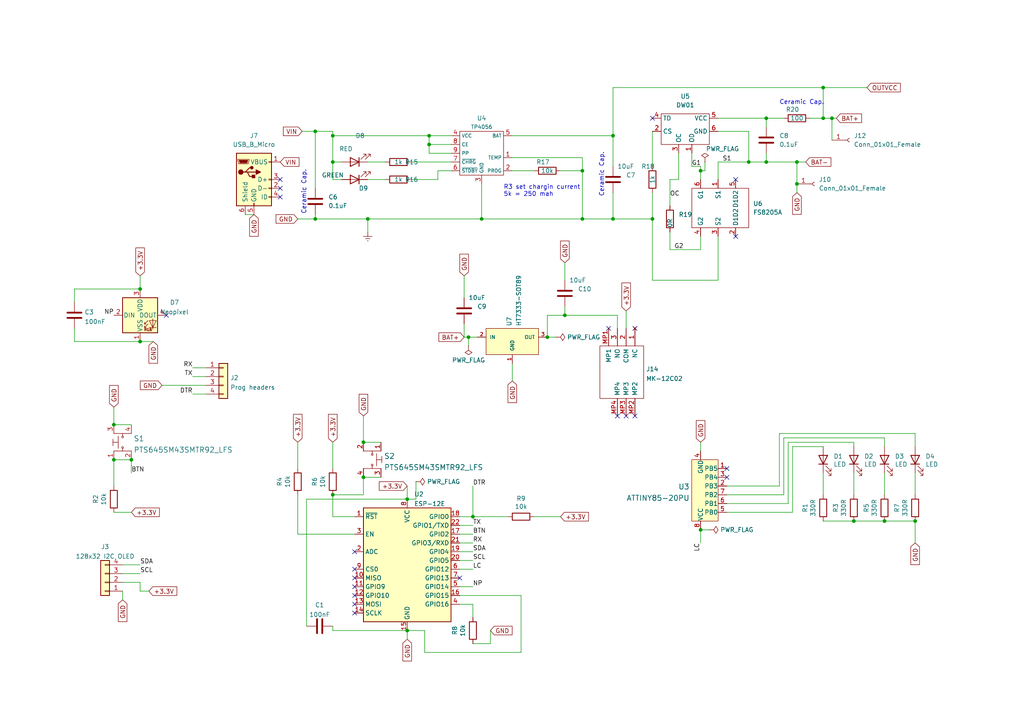
<source format=kicad_sch>
(kicad_sch (version 20230121) (generator eeschema)
  (paper "A4")
  (title_block (title "TopiBadge") (date "2024-07-05") (rev "v2.5") (comment 1 "Numerous circuitry fixes") (comment 2 "creativecommons.org/licenses/by/4.0") (comment 3 "License: CC BY 4.0") (comment 4 "Author: Robert Postma"))
  (lib_symbols
    (symbol "Connector:Conn_01x01_Female" (pin_names (offset 1.016) hide)
      (property "Reference" "J" (at 0 2.54 0))
      (property "Value" "Conn_01x01_Female" (at 0 -2.54 0))
      (symbol "Conn_01x01_Female_1_1"
        (polyline (pts (xy -1.27 0) (xy -0.508 0)) (stroke (width 0.1524)))
        (arc (start 0 0.508) (mid -0.5058 0) (end 0 -0.508) (stroke (width 0.1524)))
        (pin passive line (at -5.08 0 0) (length 3.81) (name "Pin_1") (number "1"))
      )
    )
    (symbol "Connector:USB_B_Micro" (pin_names (offset 1.016))
      (property "Reference" "J" (at -5.08 11.43 0))
      (property "Value" "USB_B_Micro" (at -5.08 8.89 0))
      (symbol "USB_B_Micro_0_1"
        (rectangle (start -5.08 -7.62) (end 5.08 7.62) (stroke (width 0.254)) (fill (type background)))
        (circle (center -3.81 2.159) (radius 0.635) (stroke (width 0.254)) (fill (type outline)))
        (circle (center -0.635 3.429) (radius 0.381) (stroke (width 0.254)) (fill (type outline)))
        (rectangle (start -0.127 -7.62) (end 0.127 -6.858))
        (polyline (pts (xy -1.905 2.159) (xy 0.635 2.159)) (stroke (width 0.254)))
        (polyline (pts (xy -3.175 2.159) (xy -2.54 2.159) (xy -1.27 3.429) (xy -0.635 3.429)) (stroke (width 0.254)))
        (polyline (pts (xy -2.54 2.159) (xy -1.905 2.159) (xy -1.27 0.889) (xy 0 0.889)) (stroke (width 0.254)))
        (polyline (pts (xy 0.635 2.794) (xy 0.635 1.524) (xy 1.905 2.159) (xy 0.635 2.794)) (stroke (width 0.254)) (fill (type outline)))
        (polyline (pts (xy -4.318 5.588) (xy -1.778 5.588) (xy -2.032 4.826) (xy -4.064 4.826) (xy -4.318 5.588)) (fill (type outline)))
        (polyline (pts (xy -4.699 5.842) (xy -4.699 5.588) (xy -4.445 4.826) (xy -4.445 4.572) (xy -1.651 4.572) (xy -1.651 4.826) (xy -1.397 5.588) (xy -1.397 5.842) (xy -4.699 5.842)))
        (rectangle (start 0.254 1.27) (end -0.508 0.508) (stroke (width 0.254)) (fill (type outline)))
        (rectangle (start 5.08 -5.207) (end 4.318 -4.953))
        (rectangle (start 5.08 -2.667) (end 4.318 -2.413))
        (rectangle (start 5.08 -0.127) (end 4.318 0.127))
        (rectangle (start 5.08 4.953) (end 4.318 5.207))
      )
      (symbol "USB_B_Micro_1_1"
        (pin power_out line (at 7.62 5.08 180) (length 2.54) (name "VBUS") (number "1"))
        (pin bidirectional line (at 7.62 -2.54 180) (length 2.54) (name "D-") (number "2"))
        (pin bidirectional line (at 7.62 0 180) (length 2.54) (name "D+") (number "3"))
        (pin passive line (at 7.62 -5.08 180) (length 2.54) (name "ID") (number "4"))
        (pin power_out line (at 0 -10.16 90) (length 2.54) (name "GND") (number "5"))
        (pin passive line (at -2.54 -10.16 90) (length 2.54) (name "Shield") (number "6"))
      )
    )
    (symbol "Connector_Generic:Conn_01x04" (pin_names (offset 1.016) hide)
      (property "Reference" "J" (at 0 5.08 0))
      (property "Value" "Conn_01x04" (at 0 -7.62 0))
      (symbol "Conn_01x04_1_1"
        (rectangle (start -1.27 -4.953) (end 0 -5.207) (stroke (width 0.1524)))
        (rectangle (start -1.27 -2.413) (end 0 -2.667) (stroke (width 0.1524)))
        (rectangle (start -1.27 0.127) (end 0 -0.127) (stroke (width 0.1524)))
        (rectangle (start -1.27 2.667) (end 0 2.413) (stroke (width 0.1524)))
        (rectangle (start -1.27 3.81) (end 1.27 -6.35) (stroke (width 0.254)) (fill (type background)))
        (pin passive line (at -5.08 2.54 0) (length 3.81) (name "Pin_1") (number "1"))
        (pin passive line (at -5.08 0 0) (length 3.81) (name "Pin_2") (number "2"))
        (pin passive line (at -5.08 -2.54 0) (length 3.81) (name "Pin_3") (number "3"))
        (pin passive line (at -5.08 -5.08 0) (length 3.81) (name "Pin_4") (number "4"))
      )
    )
    (symbol "Device:C" (pin_numbers hide) (pin_names (offset 0.254))
      (property "Reference" "C" (at 0.635 2.54 0))
      (property "Value" "C" (at 0.635 -2.54 0))
      (symbol "C_0_1"
        (polyline (pts (xy -2.032 -0.762) (xy 2.032 -0.762)) (stroke (width 0.508)))
        (polyline (pts (xy -2.032 0.762) (xy 2.032 0.762)) (stroke (width 0.508)))
      )
      (symbol "C_1_1"
        (pin passive line (at 0 3.81 270) (length 2.794) (name "~") (number "1"))
        (pin passive line (at 0 -3.81 90) (length 2.794) (name "~") (number "2"))
      )
    )
    (symbol "Device:LED" (pin_numbers hide) (pin_names (offset 1.016) hide)
      (property "Reference" "D" (at 0 2.54 0))
      (property "Value" "LED" (at 0 -2.54 0))
      (symbol "LED_0_1"
        (polyline (pts (xy -1.27 -1.27) (xy -1.27 1.27)) (stroke (width 0.254)))
        (polyline (pts (xy -1.27 0) (xy 1.27 0)))
        (polyline (pts (xy 1.27 -1.27) (xy 1.27 1.27) (xy -1.27 0) (xy 1.27 -1.27)) (stroke (width 0.254)))
        (polyline (pts (xy -3.048 -0.762) (xy -4.572 -2.286) (xy -3.81 -2.286) (xy -4.572 -2.286) (xy -4.572 -1.524)))
        (polyline (pts (xy -1.778 -0.762) (xy -3.302 -2.286) (xy -2.54 -2.286) (xy -3.302 -2.286) (xy -3.302 -1.524)))
      )
      (symbol "LED_1_1"
        (pin passive line (at -3.81 0 0) (length 2.54) (name "K") (number "1"))
        (pin passive line (at 3.81 0 180) (length 2.54) (name "A") (number "2"))
      )
    )
    (symbol "Device:R" (pin_numbers hide) (pin_names (offset 0))
      (property "Reference" "R" (at 2.032 0 90))
      (property "Value" "R" (at 0 0 90))
      (symbol "R_0_1"
        (rectangle (start -1.016 -2.54) (end 1.016 2.54) (stroke (width 0.254)))
      )
      (symbol "R_1_1"
        (pin passive line (at 0 3.81 270) (length 1.27) (name "~") (number "1"))
        (pin passive line (at 0 -3.81 90) (length 1.27) (name "~") (number "2"))
      )
    )
    (symbol "LED:SK6812" (pin_names (offset 0.254))
      (property "Reference" "D" (at 5.08 5.715 0))
      (property "Value" "SK6812" (at 1.27 -5.715 0))
      (symbol "SK6812_0_0"
        (text "RGB" (at 2.286 -4.191 0) (effects (font (size 0.762 0.762))))
      )
      (symbol "SK6812_0_1"
        (polyline (pts (xy 1.27 -3.556) (xy 1.778 -3.556)))
        (polyline (pts (xy 1.27 -2.54) (xy 1.778 -2.54)))
        (polyline (pts (xy 4.699 -3.556) (xy 2.667 -3.556)))
        (polyline (pts (xy 2.286 -2.54) (xy 1.27 -3.556) (xy 1.27 -3.048)))
        (polyline (pts (xy 2.286 -1.524) (xy 1.27 -2.54) (xy 1.27 -2.032)))
        (polyline (pts (xy 3.683 -1.016) (xy 3.683 -3.556) (xy 3.683 -4.064)))
        (polyline (pts (xy 4.699 -1.524) (xy 2.667 -1.524) (xy 3.683 -3.556) (xy 4.699 -1.524)))
        (rectangle (start 5.08 5.08) (end -5.08 -5.08) (stroke (width 0.254)) (fill (type background)))
      )
      (symbol "SK6812_1_1"
        (pin power_in line (at 0 -7.62 90) (length 2.54) (name "VSS") (number "1"))
        (pin input line (at -7.62 0 0) (length 2.54) (name "DIN") (number "2"))
        (pin power_in line (at 0 7.62 270) (length 2.54) (name "VDD") (number "3"))
        (pin output line (at 7.62 0 180) (length 2.54) (name "DOUT") (number "4"))
      )
    )
    (symbol "MK-12C02:MK-12C02" (pin_names (offset 0.762))
      (property "Reference" "J" (at 21.59 7.62 0))
      (property "Value" "MK-12C02" (at 21.59 5.08 0))
      (symbol "MK-12C02_0_0"
        (pin no_connect line (at 0 0 0) (length 5.08) (name "NC") (number "1"))
        (pin passive line (at 0 -2.54 0) (length 5.08) (name "COM") (number "2"))
        (pin passive line (at 0 -5.08 0) (length 5.08) (name "NO") (number "3"))
        (pin passive line (at 0 -7.62 0) (length 5.08) (name "MP1") (number "MP1"))
        (pin passive line (at 25.4 0 180) (length 5.08) (name "MP2") (number "MP2"))
        (pin passive line (at 25.4 -2.54 180) (length 5.08) (name "MP3") (number "MP3"))
        (pin passive line (at 25.4 -5.08 180) (length 5.08) (name "MP4") (number "MP4"))
      )
      (symbol "MK-12C02_0_1"
        (polyline (pts (xy 5.08 2.54) (xy 20.32 2.54) (xy 20.32 -10.16) (xy 5.08 -10.16) (xy 5.08 2.54)) (stroke (width 0.1524)))
      )
    )
    (symbol "PWR_FLAG_1" (power) (pin_numbers hide) (pin_names (offset 0) hide)
      (property "Value" "PWR_FLAG_1" (at 0 3.81 0))
      (symbol "PWR_FLAG_1_0_0"
        (pin power_out line (at 0 0 90) (length 0) (name "pwr") (number "1"))
      )
      (symbol "PWR_FLAG_1_0_1"
        (polyline (pts (xy 0 0) (xy 0 1.27) (xy -1.016 1.905) (xy 0 2.54) (xy 1.016 1.905) (xy 0 1.27)))
      )
    )
    (symbol "RF_Module:ESP-12E"
      (property "Reference" "U" (at -12.7 19.05 0))
      (property "Value" "ESP-12E" (at 12.7 19.05 0))
      (symbol "ESP-12E_0_1"
        (rectangle (start -12.7 17.78) (end 12.7 -15.24) (stroke (width 0.254)) (fill (type background)))
      )
      (symbol "ESP-12E_1_1"
        (pin input line (at -15.24 15.24 0) (length 2.54) (name "~{RST}") (number "1"))
        (pin bidirectional line (at -15.24 -2.54 0) (length 2.54) (name "MISO") (number "10"))
        (pin bidirectional line (at -15.24 -5.08 0) (length 2.54) (name "GPIO9") (number "11"))
        (pin bidirectional line (at -15.24 -7.62 0) (length 2.54) (name "GPIO10") (number "12"))
        (pin bidirectional line (at -15.24 -10.16 0) (length 2.54) (name "MOSI") (number "13"))
        (pin bidirectional line (at -15.24 -12.7 0) (length 2.54) (name "SCLK") (number "14"))
        (pin power_in line (at 0 -17.78 90) (length 2.54) (name "GND") (number "15"))
        (pin bidirectional line (at 15.24 -7.62 180) (length 2.54) (name "GPIO15") (number "16"))
        (pin bidirectional line (at 15.24 10.16 180) (length 2.54) (name "GPIO2") (number "17"))
        (pin bidirectional line (at 15.24 15.24 180) (length 2.54) (name "GPIO0") (number "18"))
        (pin bidirectional line (at 15.24 5.08 180) (length 2.54) (name "GPIO4") (number "19"))
        (pin input line (at -15.24 5.08 0) (length 2.54) (name "ADC") (number "2"))
        (pin bidirectional line (at 15.24 2.54 180) (length 2.54) (name "GPIO5") (number "20"))
        (pin bidirectional line (at 15.24 7.62 180) (length 2.54) (name "GPIO3/RXD") (number "21"))
        (pin bidirectional line (at 15.24 12.7 180) (length 2.54) (name "GPIO1/TXD") (number "22"))
        (pin input line (at -15.24 10.16 0) (length 2.54) (name "EN") (number "3"))
        (pin bidirectional line (at 15.24 -10.16 180) (length 2.54) (name "GPIO16") (number "4"))
        (pin bidirectional line (at 15.24 -5.08 180) (length 2.54) (name "GPIO14") (number "5"))
        (pin bidirectional line (at 15.24 0 180) (length 2.54) (name "GPIO12") (number "6"))
        (pin bidirectional line (at 15.24 -2.54 180) (length 2.54) (name "GPIO13") (number "7"))
        (pin power_in line (at 0 20.32 270) (length 2.54) (name "VCC") (number "8"))
        (pin input line (at -15.24 0 0) (length 2.54) (name "CS0") (number "9"))
      )
    )
    (symbol "dk_Embedded-Microcontrollers:ATTINY85-20PU" (pin_names (offset 0.0254))
      (property "Reference" "U" (at -2.8448 8.636 0))
      (property "Value" "ATTINY85-20PU" (at 3.048 -11.43 0))
      (symbol "ATTINY85-20PU_0_1"
        (rectangle (start -2.54 7.62) (end 5.08 -10.16) (fill (type background)))
      )
      (symbol "ATTINY85-20PU_1_1"
        (pin bidirectional line (at -5.08 -7.62 0) (length 2.54) (name "PB5") (number "1"))
        (pin bidirectional line (at -5.08 -2.54 0) (length 2.54) (name "PB3") (number "2"))
        (pin bidirectional line (at -5.08 -5.08 0) (length 2.54) (name "PB4") (number "3"))
        (pin power_in line (at 2.54 -12.7 90) (length 2.54) (name "GND") (number "4"))
        (pin bidirectional line (at -5.08 5.08 0) (length 2.54) (name "PB0") (number "5"))
        (pin bidirectional line (at -5.08 2.54 0) (length 2.54) (name "PB1") (number "6"))
        (pin bidirectional line (at -5.08 0 0) (length 2.54) (name "PB2") (number "7"))
        (pin power_in line (at 2.54 10.16 270) (length 2.54) (name "VCC") (number "8"))
      )
    )
    (symbol "dk_Tactile-Switches:PTS645SM43SMTR92_LFS" (pin_names (offset 1.016))
      (property "Reference" "S" (at 0 5.08 0))
      (property "Value" "PTS645SM43SMTR92_LFS" (at 0 -5.334 0))
      (symbol "PTS645SM43SMTR92_LFS_0_1"
        (circle (center -1.524 0) (radius 0.254))
        (polyline (pts (xy -2.54 2.54) (xy -2.54 -2.54)))
        (polyline (pts (xy -1.778 0) (xy -2.54 0)))
        (polyline (pts (xy -1.778 1.27) (xy 1.778 1.27)))
        (polyline (pts (xy 2.54 -2.54) (xy 2.54 2.54)))
        (polyline (pts (xy 2.54 0) (xy 1.778 0)))
        (circle (center 1.524 0) (radius 0.254))
      )
      (symbol "PTS645SM43SMTR92_LFS_1_1"
        (polyline (pts (xy -1.016 2.794) (xy 0.889 2.794)))
        (polyline (pts (xy 0 2.794) (xy 0 1.27)))
        (pin passive line (at -5.08 2.54 0) (length 2.54) (name "~") (number "1"))
        (pin passive line (at -5.08 -2.54 0) (length 2.54) (name "~") (number "2"))
        (pin passive line (at 5.08 2.54 180) (length 2.54) (name "~") (number "3"))
        (pin passive line (at 5.08 -2.54 180) (length 2.54) (name "~") (number "4"))
      )
    )
    (symbol "dw01:DW01"
      (property "Reference" "U" (at 1.27 10.16 0))
      (property "Value" "DW01" (at 11.43 10.16 0))
      (symbol "DW01_0_1"
        (rectangle (start 0 8.89) (end 13.97 0))
      )
      (symbol "DW01_1_1"
        (pin input line (at 8.89 -2.54 90) (length 2.54) (name "OD") (number "1"))
        (pin input line (at -2.54 3.81 0) (length 2.54) (name "CS") (number "2"))
        (pin input line (at 5.08 -2.54 90) (length 2.54) (name "OC") (number "3"))
        (pin input line (at -2.54 7.62 0) (length 2.54) (name "TD") (number "4"))
        (pin input line (at 16.51 7.62 180) (length 2.54) (name "VCC") (number "5"))
        (pin input line (at 16.51 3.81 180) (length 2.54) (name "GND") (number "6"))
      )
    )
    (symbol "eec:HT7333-SOT89" (pin_names (offset 1.016))
      (property "Reference" "U" (at 0 5.08 0))
      (property "Value" "HT7333-SOT89" (at 0 7.62 0))
      (symbol "HT7333-SOT89_1_1"
        (rectangle (start 2.54 2.54) (end 17.78 -5.08) (fill (type background)))
        (pin power_in line (at 10.16 -7.62 90) (length 2.54) (name "GND") (number "1"))
        (pin power_in line (at 0 0 0) (length 2.54) (name "IN") (number "2"))
        (pin power_in line (at 20.32 0 180) (length 2.54) (name "OUT") (number "3"))
      )
    )
    (symbol "fs8205:FS8205A"
      (property "Reference" "U" (at 1.27 5.08 0))
      (property "Value" "FS8205A" (at -1.27 8.89 90))
      (symbol "FS8205A_0_1"
        (rectangle (start 0 11.43) (end 16.51 0))
      )
      (symbol "FS8205A_1_1"
        (pin input line (at 7.62 13.97 270) (length 2.54) (name "S1") (number "1"))
        (pin input line (at 12.7 -2.54 90) (length 2.54) (name "D1D2") (number "2"))
        (pin input line (at 7.62 -2.54 90) (length 2.54) (name "S2") (number "3"))
        (pin input line (at 2.54 -2.54 90) (length 2.54) (name "G2") (number "4"))
        (pin input line (at 12.7 13.97 270) (length 2.54) (name "D1D2") (number "5"))
        (pin input line (at 2.54 13.97 270) (length 2.54) (name "G1") (number "6"))
      )
    )
    (symbol "power:Earth" (power) (pin_names (offset 0))
      (symbol "Earth_0_1"
        (polyline (pts (xy -0.635 -1.905) (xy 0.635 -1.905)))
        (polyline (pts (xy -0.127 -2.54) (xy 0.127 -2.54)))
        (polyline (pts (xy 0 -1.27) (xy 0 0)))
        (polyline (pts (xy 1.27 -1.27) (xy -1.27 -1.27)))
      )
      (symbol "Earth_1_1"
        (pin power_in line (at 0 0 270) (length 0) hide (name "Earth") (number "1"))
      )
    )
    (symbol "power:PWR_FLAG" (power) (pin_numbers hide) (pin_names (offset 0) hide)
      (property "Value" "PWR_FLAG" (at 0 3.81 0))
      (symbol "PWR_FLAG_0_0"
        (pin power_out line (at 0 0 90) (length 0) (name "pwr") (number "1"))
      )
      (symbol "PWR_FLAG_0_1"
        (polyline (pts (xy 0 0) (xy 0 1.27) (xy -1.016 1.905) (xy 0 2.54) (xy 1.016 1.905) (xy 0 1.27)))
      )
    )
    (symbol "tp4056:TP4056"
      (property "Reference" "U" (at 1.27 13.97 0))
      (property "Value" "TP4056" (at 8.89 13.97 0))
      (symbol "TP4056_0_1"
        (rectangle (start 0 12.7) (end 12.7 0))
      )
      (symbol "TP4056_1_1"
        (pin input line (at 15.24 5.08 180) (length 2.54) (name "TEMP") (number "1"))
        (pin input line (at 15.24 1.27 180) (length 2.54) (name "PROG") (number "2"))
        (pin input line (at 6.35 -2.54 90) (length 2.54) (name "GND") (number "3"))
        (pin input line (at -2.54 11.43 0) (length 2.54) (name "VCC") (number "4"))
        (pin input line (at 15.24 11.43 180) (length 2.54) (name "BAT") (number "5"))
        (pin input line (at -2.54 1.27 0) (length 2.54) (name "~{STDBY}") (number "6"))
        (pin input line (at -2.54 3.81 0) (length 2.54) (name "~{CHRG}") (number "7"))
        (pin input line (at -2.54 8.89 0) (length 2.54) (name "CE") (number "8"))
        (pin input line (at -2.54 6.35 0) (length 2.54) (name "PP") (number "9"))
      )
    )
  )
  (junction (at 135.89 97.79))
  (junction (at 265.43 151.13))
  (junction (at 203.2 49.53))
  (junction (at 222.25 46.99))
  (junction (at 238.76 34.29))
  (junction (at 163.83 91.44))
  (junction (at 158.75 97.79))
  (junction (at 124.46 39.37))
  (junction (at 139.7 63.5))
  (junction (at 106.68 63.5))
  (junction (at 189.23 63.5))
  (junction (at 118.11 182.88))
  (junction (at 238.76 25.4))
  (junction (at 231.14 53.34))
  (junction (at 105.41 138.43))
  (junction (at 40.64 99.06))
  (junction (at 177.8 39.37))
  (junction (at 124.46 41.91))
  (junction (at 231.14 46.99))
  (junction (at 203.2 153.67))
  (junction (at 177.8 63.5))
  (junction (at 168.91 63.5))
  (junction (at 256.54 151.13))
  (junction (at 137.16 149.86))
  (junction (at 118.11 144.78))
  (junction (at 96.52 143.51))
  (junction (at 38.1 133.35))
  (junction (at 222.25 34.29))
  (junction (at 33.02 133.35))
  (junction (at 217.17 46.99))
  (junction (at 96.52 39.37))
  (junction (at 105.41 128.27))
  (junction (at 247.65 151.13))
  (junction (at 40.64 83.82))
  (junction (at 168.91 49.53))
  (junction (at 91.44 63.5))
  (junction (at 241.3 34.29))
  (junction (at 33.02 123.19))
  (junction (at 91.44 38.1))
  (junction (at 96.52 46.99))
  (no_connect (at 181.61 120.65))
  (no_connect (at 184.15 120.65))
  (no_connect (at 213.36 52.07))
  (no_connect (at 184.15 95.25))
  (no_connect (at 81.28 54.61))
  (no_connect (at 179.07 120.65))
  (no_connect (at 213.36 68.58))
  (no_connect (at 210.82 135.89))
  (no_connect (at 189.23 34.29))
  (no_connect (at 102.87 177.8))
  (no_connect (at 133.35 167.64))
  (no_connect (at 102.87 160.02))
  (no_connect (at 102.87 165.1))
  (no_connect (at 102.87 167.64))
  (no_connect (at 102.87 170.18))
  (no_connect (at 102.87 172.72))
  (no_connect (at 102.87 175.26))
  (no_connect (at 48.26 91.44))
  (no_connect (at 176.53 95.25))
  (no_connect (at 210.82 138.43))
  (no_connect (at 81.28 57.15))
  (no_connect (at 81.28 52.07))
  (wire (pts (xy 177.8 25.4) (xy 177.8 39.37)))
  (wire (pts (xy 96.52 39.37) (xy 124.46 39.37)))
  (wire (pts (xy 86.36 128.27) (xy 86.36 135.89)))
  (wire (pts (xy 196.85 44.45) (xy 196.85 52.07)))
  (wire (pts (xy 102.87 154.94) (xy 86.36 154.94)))
  (wire (pts (xy 203.2 128.27) (xy 203.2 130.81)))
  (wire (pts (xy 124.46 41.91) (xy 124.46 44.45)))
  (wire (pts (xy 135.89 97.79) (xy 138.43 97.79)))
  (wire (pts (xy 177.8 63.5) (xy 189.23 63.5)))
  (wire (pts (xy 217.17 38.1) (xy 217.17 46.99)))
  (wire (pts (xy 135.89 97.79) (xy 135.89 100.33)))
  (wire (pts (xy 208.28 34.29) (xy 222.25 34.29)))
  (wire (pts (xy 226.06 140.97) (xy 226.06 125.73)))
  (wire (pts (xy 86.36 63.5) (xy 91.44 63.5)))
  (wire (pts (xy 96.52 182.88) (xy 96.52 181.61)))
  (wire (pts (xy 177.8 55.88) (xy 177.8 63.5)))
  (wire (pts (xy 96.52 38.1) (xy 96.52 39.37)))
  (wire (pts (xy 35.56 163.83) (xy 40.64 163.83)))
  (wire (pts (xy 231.14 53.34) (xy 231.14 55.88)))
  (wire (pts (xy 105.41 138.43) (xy 110.49 138.43)))
  (wire (pts (xy 133.35 165.1) (xy 137.16 165.1)))
  (wire (pts (xy 210.82 146.05) (xy 228.6 146.05)))
  (wire (pts (xy 127 49.53) (xy 127 52.07)))
  (wire (pts (xy 99.06 52.07) (xy 96.52 52.07)))
  (wire (pts (xy 118.11 182.88) (xy 96.52 182.88)))
  (wire (pts (xy 194.31 67.31) (xy 194.31 72.39)))
  (wire (pts (xy 168.91 49.53) (xy 168.91 63.5)))
  (wire (pts (xy 228.6 128.27) (xy 247.65 128.27)))
  (wire (pts (xy 241.3 34.29) (xy 241.3 40.64)))
  (wire (pts (xy 217.17 46.99) (xy 222.25 46.99)))
  (wire (pts (xy 148.59 45.72) (xy 168.91 45.72)))
  (wire (pts (xy 91.44 38.1) (xy 91.44 54.61)))
  (wire (pts (xy 151.13 189.23) (xy 123.19 189.23)))
  (wire (pts (xy 222.25 46.99) (xy 231.14 46.99)))
  (wire (pts (xy 55.88 109.22) (xy 59.69 109.22)))
  (wire (pts (xy 21.59 83.82) (xy 40.64 83.82)))
  (wire (pts (xy 91.44 62.23) (xy 91.44 63.5)))
  (wire (pts (xy 106.68 46.99) (xy 111.76 46.99)))
  (wire (pts (xy 139.7 53.34) (xy 139.7 63.5)))
  (wire (pts (xy 71.12 62.23) (xy 73.66 62.23)))
  (wire (pts (xy 163.83 76.2) (xy 163.83 81.28)))
  (wire (pts (xy 21.59 87.63) (xy 21.59 83.82)))
  (wire (pts (xy 106.68 63.5) (xy 139.7 63.5)))
  (wire (pts (xy 33.02 133.35) (xy 38.1 133.35)))
  (wire (pts (xy 189.23 55.88) (xy 189.23 63.5)))
  (wire (pts (xy 154.94 149.86) (xy 162.56 149.86)))
  (wire (pts (xy 105.41 120.65) (xy 105.41 128.27)))
  (wire (pts (xy 238.76 137.16) (xy 238.76 143.51)))
  (wire (pts (xy 33.02 133.35) (xy 33.02 140.97)))
  (wire (pts (xy 229.87 148.59) (xy 229.87 129.54)))
  (wire (pts (xy 134.62 97.79) (xy 135.89 97.79)))
  (wire (pts (xy 133.35 157.48) (xy 137.16 157.48)))
  (wire (pts (xy 123.19 189.23) (xy 123.19 182.88)))
  (wire (pts (xy 106.68 52.07) (xy 111.76 52.07)))
  (wire (pts (xy 33.02 118.11) (xy 33.02 123.19)))
  (wire (pts (xy 38.1 133.35) (xy 38.1 137.16)))
  (wire (pts (xy 130.81 49.53) (xy 127 49.53)))
  (wire (pts (xy 133.35 172.72) (xy 151.13 172.72)))
  (wire (pts (xy 162.56 49.53) (xy 168.91 49.53)))
  (wire (pts (xy 238.76 25.4) (xy 251.46 25.4)))
  (wire (pts (xy 46.99 111.76) (xy 59.69 111.76)))
  (wire (pts (xy 96.52 143.51) (xy 105.41 143.51)))
  (wire (pts (xy 238.76 25.4) (xy 238.76 34.29)))
  (wire (pts (xy 238.76 34.29) (xy 241.3 34.29)))
  (wire (pts (xy 123.19 182.88) (xy 118.11 182.88)))
  (wire (pts (xy 124.46 39.37) (xy 130.81 39.37)))
  (wire (pts (xy 91.44 38.1) (xy 96.52 38.1)))
  (wire (pts (xy 247.65 137.16) (xy 247.65 143.51)))
  (wire (pts (xy 40.64 171.45) (xy 43.18 171.45)))
  (wire (pts (xy 96.52 143.51) (xy 96.52 149.86)))
  (wire (pts (xy 163.83 91.44) (xy 158.75 91.44)))
  (wire (pts (xy 21.59 95.25) (xy 21.59 99.06)))
  (wire (pts (xy 179.07 95.25) (xy 179.07 91.44)))
  (wire (pts (xy 177.8 39.37) (xy 177.8 48.26)))
  (wire (pts (xy 158.75 97.79) (xy 161.29 97.79)))
  (wire (pts (xy 139.7 63.5) (xy 168.91 63.5)))
  (wire (pts (xy 227.33 143.51) (xy 227.33 127)))
  (wire (pts (xy 105.41 128.27) (xy 110.49 128.27)))
  (wire (pts (xy 203.2 153.67) (xy 203.2 157.48)))
  (wire (pts (xy 133.35 160.02) (xy 137.16 160.02)))
  (wire (pts (xy 142.24 182.88) (xy 142.24 186.69)))
  (wire (pts (xy 96.52 52.07) (xy 96.52 46.99)))
  (wire (pts (xy 256.54 143.51) (xy 256.54 137.16)))
  (wire (pts (xy 208.28 68.58) (xy 208.28 81.28)))
  (wire (pts (xy 203.2 72.39) (xy 203.2 68.58)))
  (wire (pts (xy 87.63 38.1) (xy 91.44 38.1)))
  (wire (pts (xy 96.52 128.27) (xy 96.52 135.89)))
  (wire (pts (xy 200.66 44.45) (xy 200.66 48.26)))
  (wire (pts (xy 33.02 148.59) (xy 38.1 148.59)))
  (wire (pts (xy 96.52 149.86) (xy 102.87 149.86)))
  (wire (pts (xy 105.41 143.51) (xy 105.41 138.43)))
  (wire (pts (xy 55.88 106.68) (xy 59.69 106.68)))
  (wire (pts (xy 96.52 46.99) (xy 96.52 39.37)))
  (wire (pts (xy 151.13 172.72) (xy 151.13 189.23)))
  (wire (pts (xy 265.43 151.13) (xy 265.43 157.48)))
  (wire (pts (xy 119.38 46.99) (xy 130.81 46.99)))
  (wire (pts (xy 163.83 88.9) (xy 163.83 91.44)))
  (wire (pts (xy 189.23 81.28) (xy 208.28 81.28)))
  (wire (pts (xy 133.35 175.26) (xy 137.16 175.26)))
  (wire (pts (xy 204.47 46.99) (xy 204.47 49.53)))
  (wire (pts (xy 21.59 99.06) (xy 40.64 99.06)))
  (wire (pts (xy 127 52.07) (xy 119.38 52.07)))
  (wire (pts (xy 148.59 39.37) (xy 177.8 39.37)))
  (wire (pts (xy 265.43 125.73) (xy 265.43 129.54)))
  (wire (pts (xy 137.16 149.86) (xy 147.32 149.86)))
  (wire (pts (xy 35.56 168.91) (xy 40.64 168.91)))
  (wire (pts (xy 148.59 49.53) (xy 154.94 49.53)))
  (wire (pts (xy 208.28 52.07) (xy 208.28 46.99)))
  (wire (pts (xy 189.23 63.5) (xy 189.23 81.28)))
  (wire (pts (xy 247.65 128.27) (xy 247.65 129.54)))
  (wire (pts (xy 228.6 146.05) (xy 228.6 128.27)))
  (wire (pts (xy 148.59 105.41) (xy 148.59 110.49)))
  (wire (pts (xy 204.47 49.53) (xy 203.2 49.53)))
  (wire (pts (xy 179.07 91.44) (xy 163.83 91.44)))
  (wire (pts (xy 134.62 93.98) (xy 134.62 97.79)))
  (wire (pts (xy 137.16 175.26) (xy 137.16 179.07)))
  (wire (pts (xy 168.91 45.72) (xy 168.91 49.53)))
  (wire (pts (xy 33.02 123.19) (xy 38.1 123.19)))
  (wire (pts (xy 106.68 63.5) (xy 106.68 67.31)))
  (wire (pts (xy 40.64 99.06) (xy 44.45 99.06)))
  (wire (pts (xy 91.44 63.5) (xy 106.68 63.5)))
  (wire (pts (xy 210.82 140.97) (xy 226.06 140.97)))
  (wire (pts (xy 241.3 34.29) (xy 242.57 34.29)))
  (wire (pts (xy 118.11 144.78) (xy 88.9 144.78)))
  (wire (pts (xy 124.46 39.37) (xy 124.46 41.91)))
  (wire (pts (xy 222.25 34.29) (xy 227.33 34.29)))
  (wire (pts (xy 130.81 44.45) (xy 124.46 44.45)))
  (wire (pts (xy 96.52 46.99) (xy 99.06 46.99)))
  (wire (pts (xy 133.35 154.94) (xy 137.16 154.94)))
  (wire (pts (xy 203.2 49.53) (xy 203.2 52.07)))
  (wire (pts (xy 200.66 48.26) (xy 203.2 48.26)))
  (wire (pts (xy 134.62 80.01) (xy 134.62 86.36)))
  (wire (pts (xy 168.91 63.5) (xy 177.8 63.5)))
  (wire (pts (xy 234.95 34.29) (xy 238.76 34.29)))
  (wire (pts (xy 238.76 151.13) (xy 247.65 151.13)))
  (wire (pts (xy 189.23 38.1) (xy 189.23 48.26)))
  (wire (pts (xy 120.65 139.7) (xy 120.65 144.78)))
  (wire (pts (xy 40.64 168.91) (xy 40.64 171.45)))
  (wire (pts (xy 231.14 46.99) (xy 233.68 46.99)))
  (wire (pts (xy 137.16 186.69) (xy 142.24 186.69)))
  (wire (pts (xy 55.88 114.3) (xy 59.69 114.3)))
  (wire (pts (xy 194.31 72.39) (xy 203.2 72.39)))
  (wire (pts (xy 227.33 127) (xy 256.54 127)))
  (wire (pts (xy 208.28 46.99) (xy 217.17 46.99)))
  (wire (pts (xy 222.25 34.29) (xy 222.25 36.83)))
  (wire (pts (xy 124.46 41.91) (xy 130.81 41.91)))
  (wire (pts (xy 35.56 171.45) (xy 35.56 173.99)))
  (wire (pts (xy 40.64 80.01) (xy 40.64 83.82)))
  (wire (pts (xy 120.65 144.78) (xy 118.11 144.78)))
  (wire (pts (xy 265.43 143.51) (xy 265.43 137.16)))
  (wire (pts (xy 86.36 154.94) (xy 86.36 143.51)))
  (wire (pts (xy 210.82 148.59) (xy 229.87 148.59)))
  (wire (pts (xy 181.61 90.17) (xy 181.61 95.25)))
  (wire (pts (xy 118.11 140.97) (xy 118.11 144.78)))
  (wire (pts (xy 222.25 44.45) (xy 222.25 46.99)))
  (wire (pts (xy 256.54 151.13) (xy 265.43 151.13)))
  (wire (pts (xy 231.14 46.99) (xy 231.14 53.34)))
  (wire (pts (xy 196.85 52.07) (xy 194.31 52.07)))
  (wire (pts (xy 133.35 170.18) (xy 137.16 170.18)))
  (wire (pts (xy 133.35 152.4) (xy 137.16 152.4)))
  (wire (pts (xy 118.11 182.88) (xy 118.11 185.42)))
  (wire (pts (xy 177.8 25.4) (xy 238.76 25.4)))
  (wire (pts (xy 133.35 162.56) (xy 137.16 162.56)))
  (wire (pts (xy 247.65 151.13) (xy 256.54 151.13)))
  (wire (pts (xy 133.35 149.86) (xy 137.16 149.86)))
  (wire (pts (xy 210.82 143.51) (xy 227.33 143.51)))
  (wire (pts (xy 203.2 48.26) (xy 203.2 49.53)))
  (wire (pts (xy 158.75 91.44) (xy 158.75 97.79)))
  (wire (pts (xy 256.54 127) (xy 256.54 129.54)))
  (wire (pts (xy 194.31 52.07) (xy 194.31 59.69)))
  (wire (pts (xy 203.2 153.67) (xy 205.74 153.67)))
  (wire (pts (xy 88.9 144.78) (xy 88.9 181.61)))
  (wire (pts (xy 208.28 38.1) (xy 217.17 38.1)))
  (wire (pts (xy 226.06 125.73) (xy 265.43 125.73)))
  (wire (pts (xy 137.16 140.97) (xy 137.16 149.86)))
  (wire (pts (xy 35.56 166.37) (xy 40.64 166.37)))
  (wire (pts (xy 229.87 129.54) (xy 238.76 129.54)))
  (text "Ceramic Cap." (at 175.26 57.15 90) (effects (font (size 1.27 1.27)) (justify left bottom)))
  (text "Ceramic Cap." (at 88.9 62.23 90) (effects (font (size 1.27 1.27)) (justify left bottom)))
  (text "R3 set chargin current\n5k = 250 mah" (at 146.05 57.15 0) (effects (font (size 1.27 1.27)) (justify left bottom)))
  (text "Ceramic Cap." (at 226.06 30.48 0) (effects (font (size 1.27 1.27)) (justify left bottom)))
  (label "OC" (at 194.31 57.15 0))
  (label "SDA" (at 40.64 163.83 0))
  (label "RX" (at 137.16 157.48 0))
  (label "BTN" (at 137.16 154.94 0))
  (label "BTN" (at 38.1 137.16 0))
  (label "SCL" (at 137.16 162.56 0))
  (label "SCL" (at 40.64 166.37 0))
  (label "LC" (at 137.16 165.1 0))
  (label "NP" (at 33.02 91.44 180))
  (label "DTR" (at 137.16 140.97 0))
  (label "S1" (at 209.55 46.99 0))
  (label "TX" (at 55.88 109.22 180))
  (label "SDA" (at 137.16 160.02 0))
  (label "G2" (at 195.58 72.39 0))
  (label "TX" (at 137.16 152.4 0))
  (label "RX" (at 55.88 106.68 180))
  (label "LC" (at 203.2 157.48 270))
  (label "G1" (at 200.66 48.26 0))
  (label "NP" (at 137.16 170.18 0))
  (label "DTR" (at 55.88 114.3 180))
  (global_label "GND" (shape input) (at 35.56 173.99 270) (property "Intersheetrefs" "${INTERSHEET_REFS}" (effects hide)))
  (global_label "+3.3V" (shape input) (at 38.1 148.59 0) (property "Intersheetrefs" "${INTERSHEET_REFS}" (effects hide)))
  (global_label "OUTVCC" (shape input) (at 251.46 25.4 0) (property "Intersheetrefs" "${INTERSHEET_REFS}" (effects hide)))
  (global_label "GND" (shape input) (at 142.24 182.88 0) (property "Intersheetrefs" "${INTERSHEET_REFS}" (effects hide)))
  (global_label "+3.3V" (shape input) (at 43.18 171.45 0) (property "Intersheetrefs" "${INTERSHEET_REFS}" (effects hide)))
  (global_label "GND" (shape input) (at 86.36 63.5 180) (property "Intersheetrefs" "${INTERSHEET_REFS}" (effects hide)))
  (global_label "GND" (shape input) (at 231.14 55.88 270) (property "Intersheetrefs" "${INTERSHEET_REFS}" (effects hide)))
  (global_label "+3.3V" (shape input) (at 86.36 128.27 90) (property "Intersheetrefs" "${INTERSHEET_REFS}" (effects hide)))
  (global_label "GND" (shape input) (at 118.11 185.42 270) (property "Intersheetrefs" "${INTERSHEET_REFS}" (effects hide)))
  (global_label "+3.3V" (shape input) (at 40.64 80.01 90) (property "Intersheetrefs" "${INTERSHEET_REFS}" (effects hide)))
  (global_label "GND" (shape input) (at 33.02 118.11 90) (property "Intersheetrefs" "${INTERSHEET_REFS}" (effects hide)))
  (global_label "GND" (shape input) (at 148.59 110.49 270) (property "Intersheetrefs" "${INTERSHEET_REFS}" (effects hide)))
  (global_label "BAT+" (shape input) (at 134.62 97.79 180) (property "Intersheetrefs" "${INTERSHEET_REFS}" (effects hide)))
  (global_label "GND" (shape input) (at 73.66 62.23 270) (property "Intersheetrefs" "${INTERSHEET_REFS}" (effects hide)))
  (global_label "GND" (shape input) (at 265.43 157.48 270) (property "Intersheetrefs" "${INTERSHEET_REFS}" (effects hide)))
  (global_label "+3.3V" (shape input) (at 162.56 149.86 0) (property "Intersheetrefs" "${INTERSHEET_REFS}" (effects hide)))
  (global_label "VIN" (shape input) (at 87.63 38.1 180) (property "Intersheetrefs" "${INTERSHEET_REFS}" (effects hide)))
  (global_label "GND" (shape input) (at 134.62 80.01 90) (property "Intersheetrefs" "${INTERSHEET_REFS}" (effects hide)))
  (global_label "+3.3V" (shape input) (at 181.61 90.17 90) (property "Intersheetrefs" "${INTERSHEET_REFS}" (effects hide)))
  (global_label "GND" (shape input) (at 203.2 128.27 90) (property "Intersheetrefs" "${INTERSHEET_REFS}" (effects hide)))
  (global_label "+3.3V" (shape input) (at 96.52 128.27 90) (property "Intersheetrefs" "${INTERSHEET_REFS}" (effects hide)))
  (global_label "+3.3V" (shape input) (at 118.11 140.97 180) (property "Intersheetrefs" "${INTERSHEET_REFS}" (effects hide)))
  (global_label "BAT+" (shape input) (at 242.57 34.29 0) (property "Intersheetrefs" "${INTERSHEET_REFS}" (effects hide)))
  (global_label "GND" (shape input) (at 105.41 120.65 90) (property "Intersheetrefs" "${INTERSHEET_REFS}" (effects hide)))
  (global_label "GND" (shape input) (at 163.83 76.2 90) (property "Intersheetrefs" "${INTERSHEET_REFS}" (effects hide)))
  (global_label "GND" (shape input) (at 44.45 99.06 270) (property "Intersheetrefs" "${INTERSHEET_REFS}" (effects hide)))
  (global_label "BAT-" (shape input) (at 233.68 46.99 0) (property "Intersheetrefs" "${INTERSHEET_REFS}" (effects hide)))
  (global_label "GND" (shape input) (at 46.99 111.76 180) (property "Intersheetrefs" "${INTERSHEET_REFS}" (effects hide)))
  (global_label "VIN" (shape input) (at 81.28 46.99 0) (property "Intersheetrefs" "${INTERSHEET_REFS}" (effects hide)))
  (symbol (lib_id "Device:LED") (at 238.76 133.35 90) (unit 1)
    (property "Reference" "D1" (at 241.7572 132.3594 90) (effects (justify right)))
    (property "Value" "LED" (at 241.7572 134.6708 90) (effects (justify right)))
    (property "Footprint" "LED_SMD:LED_0805_2012Metric_Pad1.15x1.40mm_HandSolder" (effects hide))
  )
  (symbol (lib_id "Device:LED") (at 247.65 133.35 90) (unit 1)
    (property "Reference" "D2" (at 250.6472 132.3594 90) (effects (justify right)))
    (property "Value" "LED" (at 250.6472 134.6708 90) (effects (justify right)))
    (property "Footprint" "LED_SMD:LED_0805_2012Metric_Pad1.15x1.40mm_HandSolder" (effects hide))
  )
  (symbol (lib_id "Device:LED") (at 256.54 133.35 90) (unit 1)
    (property "Reference" "D3" (at 259.5372 132.3594 90) (effects (justify right)))
    (property "Value" "LED" (at 259.5372 134.6708 90) (effects (justify right)))
    (property "Footprint" "LED_SMD:LED_0805_2012Metric_Pad1.15x1.40mm_HandSolder" (effects hide))
  )
  (symbol (lib_id "Device:LED") (at 265.43 133.35 90) (unit 1)
    (property "Reference" "D4" (at 268.4272 132.3594 90) (effects (justify right)))
    (property "Value" "LED" (at 268.4272 134.6708 90) (effects (justify right)))
    (property "Footprint" "LED_SMD:LED_0805_2012Metric_Pad1.15x1.40mm_HandSolder" (effects hide))
  )
  (symbol (lib_id "Device:R") (at 238.76 147.32 0) (unit 1)
    (property "Reference" "R1" (at 233.5022 147.32 90))
    (property "Value" "330R" (at 235.8136 147.32 90))
    (property "Footprint" "Resistor_SMD:R_0805_2012Metric_Pad1.20x1.40mm_HandSolder" (effects hide))
  )
  (symbol (lib_id "Device:R") (at 247.65 147.32 0) (unit 1)
    (property "Reference" "R3" (at 242.3922 147.32 90))
    (property "Value" "330R" (at 244.7036 147.32 90))
    (property "Footprint" "Resistor_SMD:R_0805_2012Metric_Pad1.20x1.40mm_HandSolder" (effects hide))
  )
  (symbol (lib_id "Device:R") (at 256.54 147.32 0) (unit 1)
    (property "Reference" "R5" (at 251.2822 147.32 90))
    (property "Value" "330R" (at 253.5936 147.32 90))
    (property "Footprint" "Resistor_SMD:R_0805_2012Metric_Pad1.20x1.40mm_HandSolder" (effects hide))
  )
  (symbol (lib_id "Device:R") (at 265.43 147.32 0) (unit 1)
    (property "Reference" "R7" (at 260.1722 147.32 90))
    (property "Value" "330R" (at 262.4836 147.32 90))
    (property "Footprint" "Resistor_SMD:R_0805_2012Metric_Pad1.20x1.40mm_HandSolder" (effects hide))
  )
  (symbol (lib_id "eec:HT7333-SOT89") (at 138.43 97.79 0) (unit 1)
    (property "Reference" "U7" (at 147.6815 94.615 90) (effects (justify left)))
    (property "Value" "HT7333-SOT89" (at 150.4566 94.615 90) (effects (justify left)))
    (property "Footprint" "user-footprints:Holtek-HT7333-SOT89-Level_A" (effects hide))
    (property "Code  IPC" "SOT89" (effects hide))
    (property "Datasheet Version" "Rev1.4, Jan-2006" (effects hide))
    (property "Package Description" "3-Pin SOT-89 Package 1.5 mm Pitch, 4.1 mm Lead Span" (effects hide))
    (property "Package Version" "May-2010" (effects hide))
    (property "category" "IC" (effects hide))
    (property "ciiva ids" "21175933" (effects hide))
    (property "library id" "1b11600c4ccb58f1" (effects hide))
    (property "manufacturer" "Holtek" (effects hide))
    (property "package" "SOT89" (effects hide))
    (property "release date" "1305246795" (effects hide))
    (property "vault revision" "F8293DF1-D866-4B63-AB46-895FB8D7549D" (effects hide))
    (property "imported" "yes" (effects hide))
  )
  (symbol (lib_id "Device:R") (at 189.23 52.07 180) (unit 1)
    (property "Reference" "R18" (at 187.96 48.26 0))
    (property "Value" "1k" (at 189.23 52.07 90))
    (property "Footprint" "Resistor_SMD:R_0603_1608Metric_Pad0.98x0.95mm_HandSolder" (effects hide))
  )
  (symbol (lib_id "Device:LED") (at 102.87 52.07 180) (unit 1)
    (property "Reference" "D9" (at 105.41 54.61 0))
    (property "Value" "GREEN" (at 96.52 50.8 0))
    (property "Footprint" "LED_SMD:LED_0805_2012Metric_Pad1.15x1.40mm_HandSolder" (effects hide))
  )
  (symbol (lib_id "Device:R") (at 33.02 144.78 0) (unit 1)
    (property "Reference" "R2" (at 27.7622 144.78 90))
    (property "Value" "10k" (at 30.0736 144.78 90))
    (property "Footprint" "Resistor_SMD:R_0805_2012Metric_Pad1.20x1.40mm_HandSolder" (effects hide))
  )
  (symbol (lib_id "tp4056:TP4056") (at 133.35 50.8 0) (unit 1)
    (property "Reference" "U4" (at 139.7 34.29 0))
    (property "Value" "TP4056" (at 139.7 36.83 0) (effects (font (size 1.1 1.1))))
    (property "Footprint" "Package_SO:SOIC-8-1EP_3.9x4.9mm_P1.27mm_EP2.29x3mm" (effects hide))
  )
  (symbol (lib_id "Connector:Conn_01x01_Female") (at 246.38 40.64 0) (unit 1)
    (property "Reference" "J12" (at 247.65 39.3699 0) (effects (justify left)))
    (property "Value" "Conn_01x01_Female" (at 247.65 41.9099 0) (effects (justify left)))
    (property "Footprint" "user-footprints:solderpad" (effects hide))
  )
  (symbol (lib_id "Connector:USB_B_Micro") (at 73.66 52.07 0) (unit 1)
    (property "Reference" "J7" (at 73.66 39.37 0))
    (property "Value" "USB_B_Micro" (at 73.66 41.91 0))
    (property "Footprint" "digikey-footprints:USB_Micro_B_Female_10118194-0001LF" (effects hide))
  )
  (symbol (lib_id "MK-12C02:MK-12C02") (at 184.15 95.25 270) (unit 1)
    (property "Reference" "J14" (at 187.4012 107.0415 90) (effects (justify left)))
    (property "Value" "MK-12C02" (at 187.4012 109.8166 90) (effects (justify left)))
    (property "Footprint" "user-footprints:MK12C02" (effects hide))
    (property "Datasheet" "https://statics3.seeedstudio.com/images/opl/datasheet/311030001.pdf" (effects hide))
    (property "Description" "connector" (effects hide))
    (property "Height" "3.3" (effects hide))
    (property "Manufacturer_Name" "XIEJIA ELECTRONICS" (effects hide))
    (property "Manufacturer_Part_Number" "MK-12C02" (effects hide))
  )
  (symbol (lib_id "dk_Embedded-Microcontrollers:ATTINY85-20PU") (at 205.74 143.51 180) (unit 1)
    (property "Reference" "U3" (at 200.025 141.1753 0) (effects (font (size 1.524 1.524)) (justify left)))
    (property "Value" "ATTINY85-20PU" (at 200.025 144.4543 0) (effects (font (size 1.524 1.524)) (justify left)))
    (property "Footprint" "digikey-footprints:DIP-8_W7.62mm" (effects hide))
    (property "Datasheet" "http://www.microchip.com/mymicrochip/filehandler.aspx?ddocname=en589894" (effects hide))
    (property "Digi-Key_PN" "ATTINY85-20PU-ND" (effects hide))
    (property "MPN" "ATTINY85-20PU" (effects hide))
    (property "Category" "Integrated Circuits (ICs)" (effects hide))
    (property "Family" "Embedded - Microcontrollers" (effects hide))
    (property "DK_Datasheet_Link" "http://www.microchip.com/mymicrochip/filehandler.aspx?ddocname=en589894" (effects hide))
    (property "DK_Detail_Page" "/product-detail/en/microchip-technology/ATTINY85-20PU/ATTINY85-20PU-ND/735469" (effects hide))
    (property "Description" "IC MCU 8BIT 8KB FLASH 8DIP" (effects hide))
    (property "Manufacturer" "Microchip Technology" (effects hide))
    (property "Status" "Active" (effects hide))
  )
  (symbol (lib_id "Device:R") (at 194.31 63.5 0) (unit 1)
    (property "Reference" "R19" (at 196.85 62.2299 0) (effects (justify left)))
    (property "Value" "0R" (at 194.31 66.04 90) (effects (justify left)))
    (property "Footprint" "Resistor_SMD:R_1206_3216Metric_Pad1.30x1.75mm_HandSolder" (effects hide))
  )
  (symbol (lib_id "Device:C") (at 134.62 90.17 0) (unit 1)
    (property "Reference" "C9" (at 138.43 88.8999 0) (effects (justify left)))
    (property "Value" "10uF" (at 135.89 86.36 0) (effects (justify left)))
    (property "Footprint" "Capacitor_SMD:C_0805_2012Metric_Pad1.18x1.45mm_HandSolder" (effects hide))
  )
  (symbol (lib_name "PWR_FLAG_1") (lib_id "power:PWR_FLAG") (at 205.74 153.67 270) (unit 1)
    (property "Reference" "#FLG03" (effects hide))
    (property "Value" "PWR_FLAG" (at 208.915 153.67 90) (effects (justify left)))
  )
  (symbol (lib_id "Connector_Generic:Conn_01x04") (at 30.48 168.91 180) (unit 1)
    (property "Reference" "J3" (at 30.48 158.5935 0))
    (property "Value" "128x32 I2C OLED" (at 30.48 161.3686 0))
    (property "Footprint" "Connector_PinSocket_2.54mm:PinSocket_1x04_P2.54mm_Vertical" (effects hide))
  )
  (symbol (lib_id "Device:C") (at 222.25 40.64 0) (unit 1)
    (property "Reference" "C8" (at 226.06 39.3699 0) (effects (justify left)))
    (property "Value" "0.1uF" (at 226.06 41.9099 0) (effects (justify left)))
    (property "Footprint" "Capacitor_SMD:C_0805_2012Metric_Pad1.18x1.45mm_HandSolder" (effects hide))
  )
  (symbol (lib_id "Device:R") (at 158.75 49.53 90) (unit 1)
    (property "Reference" "R17" (at 157.48 46.99 90))
    (property "Value" "10k" (at 158.75 49.53 90))
    (property "Footprint" "Resistor_SMD:R_0805_2012Metric_Pad1.20x1.40mm_HandSolder" (effects hide))
  )
  (symbol (lib_id "Device:R") (at 231.14 34.29 270) (unit 1)
    (property "Reference" "R20" (at 229.87 31.75 90))
    (property "Value" "100" (at 231.14 34.29 90))
    (property "Footprint" "Resistor_SMD:R_0805_2012Metric_Pad1.20x1.40mm_HandSolder" (effects hide))
  )
  (symbol (lib_id "power:Earth") (at 106.68 67.31 0) (unit 1)
    (property "Reference" "#PWR04" (effects hide))
    (property "Value" "Earth" (effects hide))
  )
  (symbol (lib_id "Device:R") (at 151.13 149.86 270) (unit 1)
    (property "Reference" "R9" (at 151.13 144.6022 90))
    (property "Value" "10k" (at 151.13 146.9136 90))
    (property "Footprint" "Resistor_SMD:R_0805_2012Metric_Pad1.20x1.40mm_HandSolder" (effects hide))
  )
  (symbol (lib_id "Device:R") (at 86.36 139.7 0) (unit 1)
    (property "Reference" "R4" (at 81.1022 139.7 90))
    (property "Value" "10k" (at 83.4136 139.7 90))
    (property "Footprint" "Resistor_SMD:R_0805_2012Metric_Pad1.20x1.40mm_HandSolder" (effects hide))
  )
  (symbol (lib_id "Device:C") (at 163.83 85.09 0) (unit 1)
    (property "Reference" "C10" (at 167.64 83.8199 0) (effects (justify left)))
    (property "Value" "10uF" (at 165.1 81.28 0) (effects (justify left)))
    (property "Footprint" "Capacitor_SMD:C_0805_2012Metric_Pad1.18x1.45mm_HandSolder" (effects hide))
  )
  (symbol (lib_name "PWR_FLAG_1") (lib_id "power:PWR_FLAG") (at 161.29 97.79 270) (unit 1)
    (property "Reference" "#FLG04" (effects hide))
    (property "Value" "PWR_FLAG" (at 164.465 97.79 90) (effects (justify left)))
  )
  (symbol (lib_id "power:PWR_FLAG") (at 204.47 46.99 0) (unit 1)
    (property "Reference" "#FLG01" (effects hide))
    (property "Value" "PWR_FLAG" (at 209.55 43.18 0))
  )
  (symbol (lib_id "dk_Tactile-Switches:PTS645SM43SMTR92_LFS") (at 107.95 133.35 270) (unit 1)
    (property "Reference" "S2" (at 111.379 132.2853 90) (effects (font (size 1.524 1.524)) (justify left)))
    (property "Value" "PTS645SM43SMTR92_LFS" (at 111.379 135.5643 90) (effects (font (size 1.524 1.524)) (justify left)))
    (property "Footprint" "digikey-footprints:Switch_Tactile_SMD_6x6mm_PTS645" (effects hide))
    (property "Datasheet" "https://www.ckswitches.com/media/1471/pts645.pdf" (effects hide))
    (property "Digi-Key_PN" "CKN9112CT-ND" (effects hide))
    (property "MPN" "PTS645SM43SMTR92 LFS" (effects hide))
    (property "Category" "Switches" (effects hide))
    (property "Family" "Tactile Switches" (effects hide))
    (property "DK_Datasheet_Link" "https://www.ckswitches.com/media/1471/pts645.pdf" (effects hide))
    (property "DK_Detail_Page" "/product-detail/en/c-k/PTS645SM43SMTR92-LFS/CKN9112CT-ND/1146934" (effects hide))
    (property "Description" "SWITCH TACTILE SPST-NO 0.05A 12V" (effects hide))
    (property "Manufacturer" "C&K" (effects hide))
    (property "Status" "Active" (effects hide))
  )
  (symbol (lib_id "Connector_Generic:Conn_01x04") (at 64.77 109.22 0) (unit 1)
    (property "Reference" "J2" (at 66.802 109.5815 0) (effects (justify left)))
    (property "Value" "Prog headers" (at 66.802 112.3566 0) (effects (justify left)))
    (property "Footprint" "Connector_PinSocket_2.54mm:PinSocket_1x04_P2.54mm_Horizontal" (effects hide))
  )
  (symbol (lib_name "PWR_FLAG_1") (lib_id "power:PWR_FLAG") (at 135.89 100.33 180) (unit 1)
    (property "Reference" "#FLG02" (effects hide))
    (property "Value" "PWR_FLAG" (at 135.89 104.4631 0))
  )
  (symbol (lib_id "Device:R") (at 137.16 182.88 0) (unit 1)
    (property "Reference" "R8" (at 131.9022 182.88 90))
    (property "Value" "10k" (at 134.2136 182.88 90))
    (property "Footprint" "Resistor_SMD:R_0805_2012Metric_Pad1.20x1.40mm_HandSolder" (effects hide))
  )
  (symbol (lib_id "LED:SK6812") (at 40.64 91.44 0) (unit 1)
    (property "Reference" "D7" (at 50.6133 87.7148 0))
    (property "Value" "Neopixel" (at 50.6133 90.4899 0))
    (property "Footprint" "user-footprints:LED_SK6812_PLCC4_5.0x5.0mm_P3.2mm_mirror" (effects hide))
    (property "Datasheet" "https://cdn-shop.adafruit.com/product-files/1138/SK6812+LED+datasheet+.pdf" (effects hide))
  )
  (symbol (lib_id "Device:LED") (at 102.87 46.99 180) (unit 1)
    (property "Reference" "D8" (at 104.4575 39.37 0))
    (property "Value" "RED" (at 100.33 43.18 0))
    (property "Footprint" "LED_SMD:LED_0805_2012Metric_Pad1.15x1.40mm_HandSolder" (effects hide))
  )
  (symbol (lib_id "Connector:Conn_01x01_Female") (at 236.22 53.34 0) (unit 1)
    (property "Reference" "J10" (at 237.49 52.0699 0) (effects (justify left)))
    (property "Value" "Conn_01x01_Female" (at 237.49 54.6099 0) (effects (justify left)))
    (property "Footprint" "user-footprints:solderpad" (effects hide))
  )
  (symbol (lib_id "dw01:DW01") (at 191.77 41.91 0) (unit 1)
    (property "Reference" "U5" (at 198.755 27.94 0))
    (property "Value" "DW01" (at 198.755 30.48 0))
    (property "Footprint" "Package_TO_SOT_SMD:SOT-23-6_Handsoldering" (effects hide))
  )
  (symbol (lib_id "fs8205:FS8205A") (at 200.66 66.04 0) (unit 1)
    (property "Reference" "U6" (at 218.44 59.0549 0) (effects (justify left)))
    (property "Value" "FS8205A" (at 218.44 61.5949 0) (effects (justify left)))
    (property "Footprint" "Package_TO_SOT_SMD:SOT-23-6_Handsoldering" (effects hide))
  )
  (symbol (lib_id "Device:R") (at 115.57 52.07 90) (unit 1)
    (property "Reference" "R16" (at 119.38 52.07 90))
    (property "Value" "1k" (at 115.57 52.07 90))
    (property "Footprint" "Resistor_SMD:R_0603_1608Metric_Pad0.98x0.95mm_HandSolder" (effects hide))
  )
  (symbol (lib_id "Device:C") (at 21.59 91.44 180) (unit 1)
    (property "Reference" "C3" (at 24.511 90.5315 0) (effects (justify right)))
    (property "Value" "100nF" (at 24.511 93.3066 0) (effects (justify right)))
    (property "Footprint" "Capacitor_SMD:C_0805_2012Metric_Pad1.18x1.45mm_HandSolder" (effects hide))
  )
  (symbol (lib_id "Device:C") (at 92.71 181.61 90) (unit 1)
    (property "Reference" "C1" (at 92.71 175.4845 90))
    (property "Value" "100nF" (at 92.71 178.2596 90))
    (property "Footprint" "Capacitor_SMD:C_0805_2012Metric_Pad1.18x1.45mm_HandSolder" (effects hide))
  )
  (symbol (lib_id "Device:R") (at 96.52 139.7 0) (unit 1)
    (property "Reference" "R6" (at 91.2622 139.7 90))
    (property "Value" "10k" (at 93.5736 139.7 90))
    (property "Footprint" "Resistor_SMD:R_0805_2012Metric_Pad1.20x1.40mm_HandSolder" (effects hide))
  )
  (symbol (lib_id "Device:C") (at 91.44 58.42 0) (unit 1)
    (property "Reference" "C6" (at 95.25 57.1499 0) (effects (justify left)))
    (property "Value" "0.1uF" (at 95.25 59.6899 0) (effects (justify left)))
    (property "Footprint" "Capacitor_SMD:C_0805_2012Metric_Pad1.18x1.45mm_HandSolder" (effects hide))
  )
  (symbol (lib_id "Device:R") (at 115.57 46.99 90) (unit 1)
    (property "Reference" "R15" (at 119.38 46.99 90))
    (property "Value" "1k" (at 115.57 46.99 90))
    (property "Footprint" "Resistor_SMD:R_0603_1608Metric_Pad0.98x0.95mm_HandSolder" (effects hide))
  )
  (symbol (lib_name "PWR_FLAG_1") (lib_id "power:PWR_FLAG") (at 120.65 139.7 270) (unit 1)
    (property "Reference" "#FLG05" (effects hide))
    (property "Value" "PWR_FLAG" (at 123.825 139.7 90) (effects (justify left)))
  )
  (symbol (lib_id "RF_Module:ESP-12E") (at 118.11 165.1 0) (unit 1)
    (property "Reference" "U2" (at 120.1294 143.3535 0) (effects (justify left)))
    (property "Value" "ESP-12E" (at 120.1294 146.1286 0) (effects (justify left)))
    (property "Footprint" "RF_Module:ESP-12E" (effects hide))
    (property "Datasheet" "http://wiki.ai-thinker.com/_media/esp8266/esp8266_series_modules_user_manual_v1.1.pdf" (effects hide))
  )
  (symbol (lib_id "Device:C") (at 177.8 52.07 0) (unit 1)
    (property "Reference" "C7" (at 181.61 50.7999 0) (effects (justify left)))
    (property "Value" "10uF" (at 179.07 48.26 0) (effects (justify left)))
    (property "Footprint" "Capacitor_SMD:C_0805_2012Metric_Pad1.18x1.45mm_HandSolder" (effects hide))
  )
  (symbol (lib_id "dk_Tactile-Switches:PTS645SM43SMTR92_LFS") (at 35.56 128.27 90) (unit 1)
    (property "Reference" "S1" (at 38.735 127.2053 90) (effects (font (size 1.524 1.524)) (justify right)))
    (property "Value" "PTS645SM43SMTR92_LFS" (at 38.735 130.4843 90) (effects (font (size 1.524 1.524)) (justify right)))
    (property "Footprint" "digikey-footprints:Switch_Tactile_SMD_6x6mm_PTS645" (effects hide))
    (property "Datasheet" "https://www.ckswitches.com/media/1471/pts645.pdf" (effects hide))
    (property "Digi-Key_PN" "CKN9112CT-ND" (effects hide))
    (property "MPN" "PTS645SM43SMTR92 LFS" (effects hide))
    (property "Category" "Switches" (effects hide))
    (property "Family" "Tactile Switches" (effects hide))
    (property "DK_Datasheet_Link" "https://www.ckswitches.com/media/1471/pts645.pdf" (effects hide))
    (property "DK_Detail_Page" "/product-detail/en/c-k/PTS645SM43SMTR92-LFS/CKN9112CT-ND/1146934" (effects hide))
    (property "Description" "SWITCH TACTILE SPST-NO 0.05A 12V" (effects hide))
    (property "Manufacturer" "C&K" (effects hide))
    (property "Status" "Active" (effects hide))
  )
)
</source>
